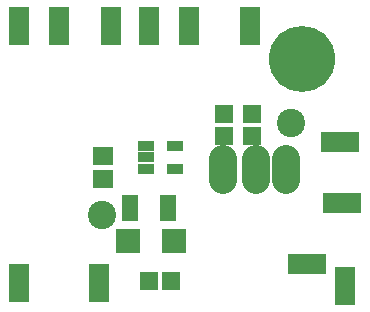
<source format=gbr>
%FSLAX34Y34*%
%MOMM*%
%LNSOLDERMASK_BOTTOM*%
G71*
G01*
%ADD10C, 5.60*%
%ADD11C, 2.40*%
%ADD12R, 1.40X0.90*%
%ADD13R, 1.40X2.20*%
%ADD14R, 1.80X1.50*%
%ADD15R, 1.60X1.50*%
%ADD16R, 2.10X2.00*%
%ADD17C, 2.40*%
%ADD18R, 1.70X3.20*%
%ADD19R, 3.20X1.70*%
%ADD20R, 1.50X1.60*%
%LPD*%
X250000Y-50000D02*
G54D10*
D03*
G54D11*
X183200Y-134600D02*
X183200Y-152600D01*
G54D11*
X210600Y-134600D02*
X210600Y-152600D01*
G54D11*
X236000Y-134600D02*
X236000Y-152600D01*
X141798Y-142967D02*
G54D12*
D03*
X141798Y-123967D02*
G54D12*
D03*
X117998Y-142967D02*
G54D12*
D03*
X117998Y-123967D02*
G54D12*
D03*
X117998Y-133467D02*
G54D12*
D03*
X104000Y-176000D02*
G54D13*
D03*
X136000Y-176000D02*
G54D13*
D03*
X81500Y-151500D02*
G54D14*
D03*
X81500Y-132500D02*
G54D14*
D03*
X183500Y-115500D02*
G54D15*
D03*
X183500Y-96500D02*
G54D15*
D03*
X207500Y-115500D02*
G54D15*
D03*
X207500Y-96500D02*
G54D15*
D03*
X102000Y-204000D02*
G54D16*
D03*
X141000Y-204000D02*
G54D16*
D03*
X80000Y-182000D02*
G54D17*
D03*
X240000Y-104000D02*
G54D17*
D03*
X88000Y-22000D02*
G54D18*
D03*
X154000Y-22000D02*
G54D18*
D03*
X120000Y-22000D02*
G54D18*
D03*
X10000Y-22000D02*
G54D18*
D03*
X44000Y-22000D02*
G54D18*
D03*
X10000Y-240000D02*
G54D18*
D03*
X206000Y-22000D02*
G54D18*
D03*
X282000Y-120000D02*
G54D19*
D03*
X284000Y-172000D02*
G54D19*
D03*
X286000Y-242000D02*
G54D18*
D03*
X254000Y-224000D02*
G54D19*
D03*
X139000Y-238000D02*
G54D20*
D03*
X120000Y-238000D02*
G54D20*
D03*
X78000Y-240000D02*
G54D18*
D03*
M02*

</source>
